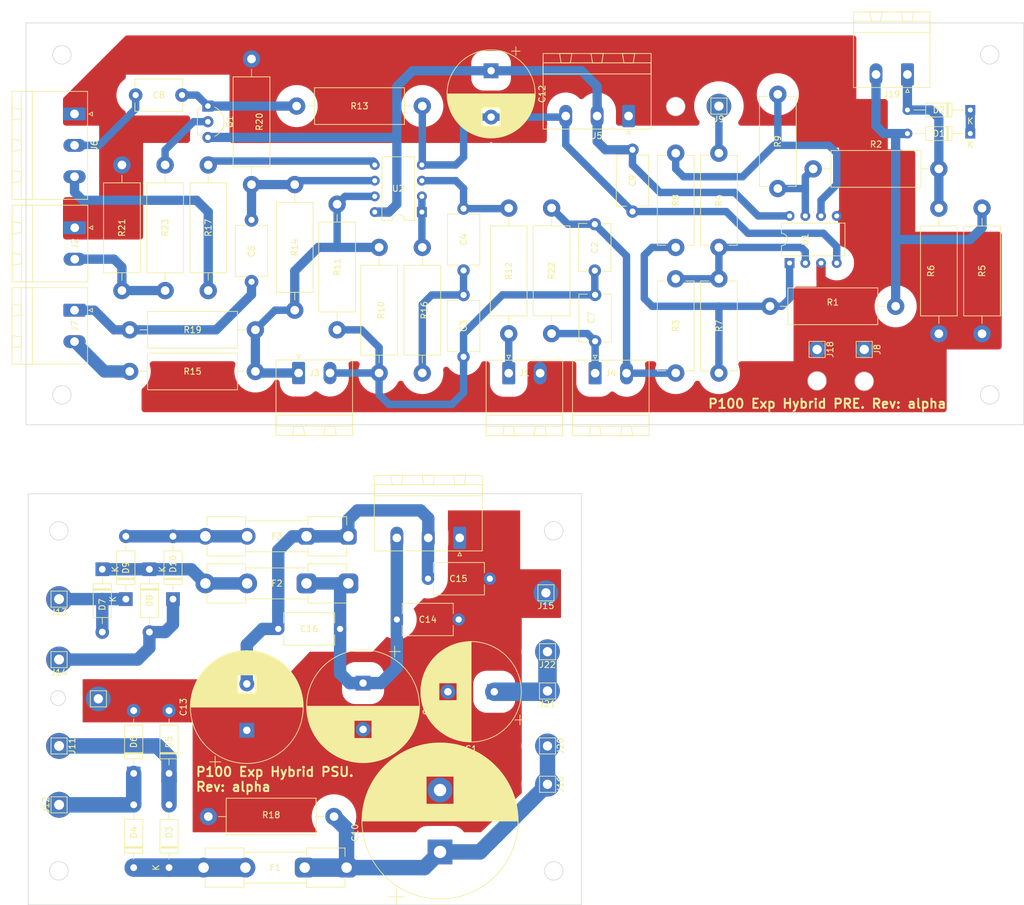
<source format=kicad_pcb>
(kicad_pcb (version 20221018) (generator pcbnew)
  (layers (0 "F.Cu" signal) (31 "B.Cu" signal) (34 "B.Paste" user) (35 "F.Paste" user) (36 "B.SilkS" user "B.Silkscreen") (37 "F.SilkS" user "F.Silkscreen") (38 "B.Mask" user) (39 "F.Mask" user) (44 "Edge.Cuts" user))
  (net 0 "")
  (net 1 "GND")
  (net 2 "Net-(U2A--)")
  (net 3 "Net-(U2A-+)")
  (net 4 "Net-(D1-K)")
  (net 5 "Net-(D1-A)")
  (net 6 "Net-(D2-A)")
  (net 7 "Net-(R1-Pad1)")
  (net 8 "Net-(R2-Pad1)")
  (net 9 "Net-(U1A--)")
  (net 10 "Net-(U1B--)")
  (net 11 "Net-(U2B--)")
  (net 12 "Net-(J1-Pin_1)")
  (net 13 "Net-(J3-Pin_1)")
  (net 14 "Net-(J4-Pin_1)")
  (net 15 "Net-(J4-Pin_2)")
  (net 16 "Net-(J3-Pin_2)")
  (net 17 "Net-(Q1-B)")
  (net 18 "Net-(Q1-E)")
  (net 19 "V--")
  (net 20 "V++")
  (net 21 "Net-(U2B-+)")
  (net 22 "Net-(J2-Pin_2)")
  (net 23 "Net-(J6-Pin_3)")
  (net 24 "Net-(J7-Pin_2)")
  (net 25 "Net-(J7-Pin_1)")
  (net 26 "Net-(J6-Pin_2)")
  (net 27 "Net-(J9-Pin_1)")
  (net 28 "Net-(C3-Pad1)")
  (net 29 "Net-(D3-K)")
  (net 30 "Net-(D7-K)")
  (net 31 "Net-(D10-A)")
  (net 32 "Net-(D3-A)")
  (net 33 "Net-(D4-A)")
  (net 34 "Net-(D7-A)")
  (net 35 "Net-(D10-K)")
  (net 36 "Net-(J16-Pin_1)")
  (net 37 "Net-(J10-Pin_3)")
  (net 38 "GND2")
  (net 39 "Net-(J21-Pin_1)")
  (net 40 "Net-(J10-Pin_2)")
  (footprint "Resistor_THT:R_Axial_DIN0614_L14.3mm_D5.7mm_P20.32mm_Horizontal" (layer "F.Cu") (at 36.195 43.815 -90)
    (fp_text reference "R21")
    (fp_text value "330k")
  )
  (footprint "Resistor_THT:R_Axial_DIN0614_L14.3mm_D5.7mm_P20.32mm_Horizontal" (layer "F.Cu") (at 147.955 44.45)
    (fp_text reference "R2")
    (fp_text value "330")
  )
  (footprint "Capacitor_THT:C_Disc_D7.5mm_W5.0mm_P7.50mm" (layer "F.Cu") (at 112.649 60.9 90)
    (fp_text reference "C2")
    (fp_text value "68n")
  )
  (footprint "Package_TO_SOT_THT:TO-92L_Inline_Wide" (layer "F.Cu") (at 50.096 34.28 -90)
    (fp_text reference "Q1")
    (fp_text value "BC107")
  )
  (footprint "Diode_THT:D_DO-41_SOD81_P10.16mm_Horizontal" (layer "F.Cu") (at 38.1 157.48 90)
    (fp_text reference "D4")
    (fp_text value "1N4001" hide)
  )
  (footprint "Package_DIP:DIP-8_W7.62mm" (layer "F.Cu") (at 144.145 59.68 90)
    (fp_text reference "U1")
    (fp_text value "LTC1151CN8")
  )
  (footprint "Connector_Pin:Pin_D1.1mm_L8.5mm_W2.5mm_FlatFork" (layer "F.Cu") (at 156.21 73.66 90)
    (fp_text reference "J8")
    (fp_text value "chassis")
  )
  (footprint "Fuse:Fuseholder_Clip-5x20mm_Keystone_3517_Inline_P23.11x6.76mm_D1.70mm_Horizontal" (layer "F.Cu") (at 72.8 111.506 180)
    (fp_text reference "F2")
    (fp_text value "Fuse")
  )
  (footprint "Connector_Pin:Pin_D1.1mm_L8.5mm_W2.5mm_FlatFork" (layer "F.Cu") (at 32.385 130.175)
    (fp_text reference "J17" hide)
    (fp_text value "center tap")
  )
  (footprint "Connector_Phoenix_MSTB:PhoenixContact_MSTBA_2,5_3-G-5,08_1x03_P5.08mm_Horizontal" (layer "F.Cu") (at 28.5325 35.56 -90)
    (fp_text reference "J6")
    (fp_text value "Volume")
  )
  (footprint "Connector_Pin:Pin_D1.1mm_L8.5mm_W2.5mm_FlatFork" (layer "F.Cu") (at 26.035 114.046)
    (fp_text reference "J13")
    (fp_text value "Screw_Terminal_01x01" hide)
  )
  (footprint "Connector_Pin:Pin_D1.1mm_L8.5mm_W2.5mm_FlatFork" (layer "F.Cu") (at 104.746 113.03)
    (fp_text reference "J15")
    (fp_text value "PSU ground")
  )
  (footprint "Diode_THT:D_DO-41_SOD81_P10.16mm_Horizontal" (layer "F.Cu") (at 38.1 142.24 90)
    (fp_text reference "D6")
    (fp_text value "1N4001" hide)
  )
  (footprint "Capacitor_THT:C_Disc_D7.5mm_W5.0mm_P7.50mm" (layer "F.Cu") (at 45.914 32.512 180)
    (fp_text reference "C8")
    (fp_text value "100n")
  )
  (footprint "Capacitor_THT:CP_Radial_D18.0mm_P7.50mm" (layer "F.Cu") (at 75.184 127.628 -90)
    (fp_text reference "C11")
    (fp_text value "4700uF/35V")
  )
  (footprint "Resistor_THT:R_Axial_DIN0614_L14.3mm_D5.7mm_P15.24mm_Horizontal" (layer "F.Cu") (at 125.73 62.23 -90)
    (fp_text reference "R3")
    (fp_text value "1k")
  )
  (footprint "Connector_Pin:Pin_D1.1mm_L8.5mm_W2.5mm_FlatFork" (layer "F.Cu") (at 105 122.555)
    (fp_text reference "J22")
    (fp_text value "Screw_Terminal_01x01")
  )
  (footprint "Diode_THT:D_DO-41_SOD81_P10.16mm_Horizontal" (layer "F.Cu") (at 36.83 114.046 90)
    (fp_text reference "D9")
    (fp_text value "1N4001" hide)
  )
  (footprint "Resistor_THT:R_Axial_DIN0614_L14.3mm_D5.7mm_P20.32mm_Horizontal" (layer "F.Cu") (at 37.455 70.485)
    (fp_text reference "R19")
    (fp_text value "1Meg")
  )
  (footprint "Capacitor_THT:C_Disc_D8.0mm_W5.0mm_P10.00mm" (layer "F.Cu") (at 118.745 51.355 90)
    (fp_text reference "C9")
    (fp_text value "10n")
  )
  (footprint "Resistor_THT:R_Axial_DIN0614_L14.3mm_D5.7mm_P20.32mm_Horizontal" (layer "F.Cu") (at 77.7775 57.15 -90)
    (fp_text reference "R10")
    (fp_text value "2k")
  )
  (footprint "Resistor_THT:R_Axial_DIN0614_L14.3mm_D5.7mm_P20.32mm_Horizontal" (layer "F.Cu") (at 57.15 46.99 90)
    (fp_text reference "R20")
    (fp_text value "12k")
  )
  (footprint "Diode_THT:D_DO-41_SOD81_P10.16mm_Horizontal" (layer "F.Cu") (at 33.02 109.22 -90)
    (fp_text reference "D7")
    (fp_text value "1N4001" hide)
  )
  (footprint "Connector_Pin:Pin_D1.1mm_L8.5mm_W2.5mm_FlatFork" (layer "F.Cu") (at 105 128.905)
    (fp_text reference "J21")
    (fp_text value "Screw_Terminal_01x01")
  )
  (footprint "Resistor_THT:R_Axial_DIN0614_L14.3mm_D5.7mm_P20.32mm_Horizontal" (layer "F.Cu") (at 175.26 50.8 -90)
    (fp_text reference "R5")
    (fp_text value "1Meg")
  )
  (footprint "Diode_THT:D_DO-41_SOD81_P10.16mm_Horizontal" (layer "F.Cu") (at 43.815 142.24 90)
    (fp_text reference "D5")
    (fp_text value "1N4001" hide)
  )
  (footprint "Connector_Pin:Pin_D1.1mm_L8.5mm_W2.5mm_FlatFork" (layer "F.Cu") (at 26.035 137.795 90)
    (fp_text reference "J11")
    (fp_text value "Screw_Terminal_01x01" hide)
  )
  (footprint "Resistor_THT:R_Axial_DIN0614_L14.3mm_D5.7mm_P15.24mm_Horizontal" (layer "F.Cu") (at 142.24 32.385 -90)
    (fp_text reference "R9")
    (fp_text value "10k")
  )
  (footprint "Connector_Pin:Pin_D1.1mm_L8.5mm_W2.5mm_FlatFork" (layer "F.Cu") (at 26.035 147.32 -90)
    (fp_text reference "J12")
    (fp_text value "Screw_Terminal_01x01" hide)
  )
  (footprint "Capacitor_THT:C_Disc_D8.0mm_W5.0mm_P10.00mm" (layer "F.Cu") (at 90.645 117.348 180)
    (fp_text reference "C14")
    (fp_text value "C")
  )
  (footprint "Diode_THT:D_DO-41_SOD81_P10.16mm_Horizontal" (layer "F.Cu") (at 40.64 109.22 -90)
    (fp_text reference "D8")
    (fp_text value "1N4001" hide)
  )
  (footprint "Resistor_THT:R_Axial_DIN0614_L14.3mm_D5.7mm_P20.32mm_Horizontal" (layer "F.Cu") (at 43.18 43.815 -90)
    (fp_text reference "R23")
    (fp_text value "10k")
  )
  (footprint "Capacitor_THT:CP_Radial_D16.0mm_P7.50mm" (layer "F.Cu") (at 96.4 129.032 180)
    (fp_text reference "C1")
    (fp_text value "68u/350V")
  )
  (footprint "Connector_Pin:Pin_D1.1mm_L8.5mm_W2.5mm_FlatFork" (layer "F.Cu") (at 26.035 123.825)
    (fp_text reference "J14")
    (fp_text value "Screw_Terminal_01x01" hide)
  )
  (footprint "Connector_Pin:Pin_D1.1mm_L8.5mm_W2.5mm_FlatFork" (layer "F.Cu") (at 132.715 34.29)
    (fp_text reference "J9")
    (fp_text value "OT feedback")
  )
  (footprint "Diode_THT:D_DO-41_SOD81_P10.16mm_Horizontal" (layer "F.Cu") (at 44.45 114.046 90)
    (fp_text reference "D10")
    (fp_text value "1N4001" hide)
  )
  (footprint "Resistor_THT:R_Axial_DIN0614_L14.3mm_D5.7mm_P20.32mm_Horizontal" (layer "F.Cu") (at 70.993 50.165 -90)
    (fp_text reference "R11")
    (fp_text value "1k")
  )
  (footprint "Connector_Phoenix_MSTB:PhoenixContact_MSTBA_2,5_3-G-5,08_1x03_P5.08mm_Horizontal" (layer "F.Cu") (at 90.805 104.14 180)
    (fp_text reference "J10" hide)
    (fp_text value "Screw_Terminal_01x03")
  )
  (footprint "Resistor_THT:R_Axial_DIN0614_L14.3mm_D5.7mm_P20.32mm_Horizontal" (layer "F.Cu") (at 84.7625 34.29 180)
    (fp_text reference "R13")
    (fp_text value "10k")
  )
  (footprint "Resistor_THT:R_Axial_DIN0614_L14.3mm_D5.7mm_P20.32mm_Horizontal" (layer "F.Cu") (at 140.97 66.675)
    (fp_text reference "R1")
    (fp_text value "330")
  )
  (footprint "Resistor_THT:R_Axial_DIN0614_L14.3mm_D5.7mm_P20.32mm_Horizontal" (layer "F.Cu") (at 168.275 71.12 90)
    (fp_text reference "R6")
    (fp_text value "1Meg")
  )
  (footprint "Capacitor_THT:C_Disc_D8.0mm_W5.0mm_P10.00mm" (layer "F.Cu") (at 85.678 110.744)
    (fp_text reference "C15")
    (fp_text value "C")
  )
  (footprint "Capacitor_THT:CP_Radial_D25.0mm_P10.00mm_SnapIn" (layer "F.Cu") (at 87.63 154.94 90)
    (fp_text reference "C10")
    (fp_text value "100uF/400V" hide)
  )
  (footprint "Connector_Phoenix_MSTB:PhoenixContact_MSTBA_2,5_2-G-5,08_1x02_P5.08mm_Horizontal" (layer "F.Cu") (at 64.76 77.47)
    (fp_text reference "J3")
    (fp_text value "MID Bypass")
  )
  (footprint "Capacitor_THT:C_Disc_D8.0mm_W5.0mm_P10.00mm" (layer "F.Cu") (at 91.43 64.85 -90)
    (fp_text reference "C3")
    (fp_text value "82n")
  )
  (footprint "Connector_Phoenix_MSTB:PhoenixContact_MSTBA_2,5_2-G-5,08_1x02_P5.08mm_Horizontal" (layer "F.Cu") (at 112.7025 77.5025)
    (fp_text reference "J4")
    (fp_text value "Low boost")
  )
  (footprint "Resistor_THT:R_Axial_DIN0614_L14.3mm_D5.7mm_P20.32mm_Horizontal" (layer "F.Cu") (at 50.165 149.225)
    (fp_text reference "R18")
    (fp_text value "R")
  )
  (footprint "Capacitor_THT:C_Disc_D7.5mm_W5.0mm_P7.50mm" (layer "F.Cu") (at 112.6998 64.83 -90)
    (fp_text reference "C7")
    (fp_text value "22n")
  )
  (footprint "Connector_Pin:Pin_D1.1mm_L8.5mm_W2.5mm_FlatFork" (layer "F.Cu") (at 148.59 73.66 90)
    (fp_text reference "J18")
    (fp_text value "chassis")
  )
  (footprint "Resistor_THT:R_Axial_DIN0614_L14.3mm_D5.7mm_P15.24mm_Horizontal" (layer "F.Cu") (at 132.715 62.23 -90)
    (fp_text reference "R7")
    (fp_text value "18k")
  )
  (footprint "Connector_Phoenix_MSTB:PhoenixContact_MSTBA_2,5_2-G-5,08_1x02_P5.08mm_Horizontal" (layer "F.Cu") (at 163.195 29.1775 180)
    (fp_text reference "J19")
    (fp_text value "TUBE")
  )
  (footprint "Capacitor_THT:CP_Radial_D18.0mm_P7.50mm" (layer "F.Cu") (at 56.388 135.262 90)
    (fp_text reference "C13")
    (fp_text value "4700uF/35V")
  )
  (footprint "Capacitor_THT:C_Disc_D8.0mm_W5.0mm_P10.00mm" (layer "F.Cu") (at 61.468 118.872)
    (fp_text reference "C16")
    (fp_text value "C")
  )
  (footprint "Connector_Pin:Pin_D1.1mm_L8.5mm_W2.5mm_FlatFork" (layer "F.Cu") (at 105 137.795 90)
    (fp_text reference "J20")
    (fp_text value "Screw_Terminal_01x01")
  )
  (footprint "Package_DIP:DIP-8_W7.62mm" (layer "F.Cu") (at 84.6925 51.435 180)
    (fp_text reference "U2")
    (fp_text value "LTC1151CN8")
  )
  (footprint "Resistor_THT:R_Axial_DIN0614_L14.3mm_D5.7mm_P20.32mm_Horizontal" (layer "F.Cu") (at 64.135 46.99 -90)
    (fp_text reference "R14")
    (fp_text value "100k")
  )
  (footprint "Connector_Phoenix_MSTB:PhoenixContact_MSTBA_2,5_3-G-5,08_1x03_P5.08mm_Horizontal" (layer "F.Cu") (at 118.11 35.900228 180)
    (fp_text reference "J5")
    (fp_text value "PrePower")
  )
  (footprint "Resistor_THT:R_Axial_DIN0614_L14.3mm_D5.7mm_P20.32mm_Horizontal" (layer "F.Cu") (at 37.455 77.216)
    (fp_text reference "R15")
    (fp_text value "15k")
  )
  (footprint "Capacitor_THT:CP_Radial_D14.0mm_P7.50mm" (layer "F.Cu") (at 95.885 28.575 -90)
    (fp_text reference "C12")
    (fp_text value "10u")
  )
  (footprint "Resistor_THT:R_Axial_DIN0614_L14.3mm_D5.7mm_P20.32mm_Horizontal" (layer "F.Cu") (at 105.664 71.0946 90)
    (fp_text reference "R22")
    (fp_text value "1Meg")
  )
  (footprint "Resistor_THT:R_Axial_DIN0614_L14.3mm_D5.7mm_P15.24mm_Horizontal" (layer "F.Cu") (at 132.715 57.15 90)
    (fp_text reference "R4")
    (fp_text value "68k")
  )
  (footprint "Resistor_THT:R_Axial_DIN0614_L14.3mm_D5.7mm_P15.24mm_Horizontal" (layer "F.Cu") (at 125.73 41.91 -90)
    (fp_text reference "R8")
    (fp_text value "10k")
  )
  (footprint "Connector_Phoenix_MSTB:PhoenixContact_MSTBA_2,5_2-G-5,08_1x02_P5.08mm_Horizontal" (layer "F.Cu") (at 98.7325 77.5025)
    (fp_text reference "J1")
    (fp_text value "MID Select")
  )
  (footprint "Fuse:Fuseholder_Clip-5x20mm_Keystone_3517_Inline_P23.11x6.76mm_D1.70mm_Horizontal" (layer "F.Cu") (at 72.515 157.48 180)
    (fp_text reference "F1")
    (fp_text value "Fuse")
  )
  (footprint "Diode_THT:D_DO-35_SOD27_P10.16mm_Horizontal" (layer "F.Cu") (at 173.355 34.925 180)
    (fp_text reference "D2")
    (fp_text value "ZPDxx")
  )
  (footprint "Diode_THT:D_DO-41_SOD81_P10.16mm_Horizontal" (layer "F.Cu") (at 43.815 157.48 90)
    (fp_text reference "D3")
    (fp_text value "1N4001" hide)
  )
  (footprint "Resistor_THT:R_Axial_DIN0614_L14.3mm_D5.7mm_P20.32mm_Horizontal" (layer "F.Cu") (at 84.7625 57.15 -90)
    (fp_text reference "R16")
    (fp_text value "220")
  )
  (footprint "Resistor_THT:R_Axial_DIN0614_L14.3mm_D5.7mm_P20.32mm_Horizontal" (layer "F.Cu") (at 50.155 64.135 90)
    (fp_text reference "R17")
    (fp_text value "1k")
  )
  (footprint "Capacitor_THT:C_Disc_D8.0mm_W5.0mm_P10.00mm" (layer "F.Cu") (at 57.15 52.705 -90)
    (fp_text reference "C5")
    (fp_text value "220p")
  )
  (footprint "Connector_Phoenix_MSTB:PhoenixContact_MSTBA_2,5_2-G-5,08_1x02_P5.08mm_Horizontal" (layer "F.Cu") (at 28.5325 67.31 -90)
    (fp_text reference "J7")
    (fp_text value "Hi Cut")
  )
  (footprint "Capacitor_THT:C_Disc_D8.0mm_W5.0mm_P10.00mm" (layer "F.Cu") (at 91.43 50.88 -90)
    (fp_text reference "C4")
    (fp_text value "82n")
  )
  (footprint "Diode_THT:D_DO-35_SOD27_P10.16mm_Horizontal" (layer "F.Cu") (at 173.355 38.735 180)
    (fp_text reference "D1")
    (fp_text value "ZPDxx")
  )
  (footprint "Connector_Pin:Pin_D1.1mm_L8.5mm_W2.5mm_FlatFork" (layer "F.Cu") (at 105 144 90)
    (fp_text reference "J16")
    (fp_text value "Screw_Terminal_01x01")
  )
  (footprint "Fuse:Fuseholder_Clip-5x20mm_Keystone_3517_Inline_P23.11x6.76mm_D1.70mm_Horizontal" (layer "F.Cu") (at 72.8 103.886 180)
    (fp_text reference "F3")
    (fp_text value "Fuse")
  )
  (footprint "Connector_Phoenix_MSTB:PhoenixContact_MSTBA_2,5_2-G-5,08_1x02_P5.08mm_Horizontal" (layer "F.Cu") (at 28.565 53.975 -90)
    (fp_text reference "J2")
    (fp_text value "Input")
  )
  (footprint "Resistor_THT:R_Axial_DIN0614_L14.3mm_D5.7mm_P20.32mm_Horizontal" (layer "F.Cu") (at 98.7325 50.8 -90)
    (fp_text reference "R12")
    (fp_text value "27k")
  )
  (gr_circle (center 26 103) (end 27.5 103) (stroke (width 0.1)) (fill none) (layer "Edge.Cuts"))
  (gr_circle (center 26.5 26) (end 28 26) (stroke (width 0.1)) (fill none) (layer "Edge.Cuts"))
  (gr_circle (center 148.59 78.74) (end 150.09 78.74) (stroke (width 0.1)) (fill none) (layer "Edge.Cuts"))
  (gr_circle (center 106 103) (end 107.5 103) (stroke (width 0.1)) (fill none) (layer "Edge.Cuts"))
  (gr_circle (center 176.5 81) (end 178 81) (stroke (width 0.1)) (fill none) (layer "Edge.Cuts"))
  (gr_circle (center 176.5 26) (end 178 26) (stroke (width 0.1)) (fill none) (layer "Edge.Cuts"))
  (gr_circle (center 106 158) (end 107.5 158) (stroke (width 0.1)) (fill none) (layer "Edge.Cuts"))
  (gr_rect (start 20.7 20.84) (end 182 85.84) (stroke (width 0.1)) (fill none) (layer "Edge.Cuts"))
  (gr_circle (center 25.87 130.06) (end 27.07 130.06) (stroke (width 0.1)) (fill none) (layer "Edge.Cuts"))
  (gr_circle (center 26.5 81) (end 28 81) (stroke (width 0.1)) (fill none) (layer "Edge.Cuts"))
  (gr_rect (start 21.045 97) (end 110.49 163.508) (stroke (width 0.1)) (fill none) (layer "Edge.Cuts"))
  (gr_circle (center 26 158) (end 27.5 158) (stroke (width 0.1)) (fill none) (layer "Edge.Cuts"))
  (gr_circle (center 156.21 78.81) (end 157.71 78.81) (stroke (width 0.1)) (fill none) (layer "Edge.Cuts"))
  (gr_circle (center 125.73 34.36) (end 127.23 34.36) (stroke (width 0.1)) (fill none) (layer "Edge.Cuts"))
  (gr_text "P100 Exp Hybrid PRE. Rev: alpha" (at 130.81 83.312) (layer "F.SilkS") (effects (font (size 1.5 1.5) (thickness 0.3) bold) (justify left bottom)))
  (gr_text "P100 Exp Hybrid PSU.\nRev: alpha" (at 48.006 145.288) (layer "F.SilkS") (effects (font (size 1.5 1.5) (thickness 0.3) bold) (justify left bottom)))
  (segment (start 151.765 52.06) (end 153.025 52.06) (width 1.5) (layer "F.Cu") (net 1))
  (segment (start 153.035 52.07) (end 153.025 52.06) (width 1.5) (layer "F.Cu") (net 1))
  (segment (start 149.225 59.68) (end 149.225 62.23) (width 1.5) (layer "F.Cu") (net 1))
  (segment (start 84.6925 51.435) (end 84.6925 57.08) (width 1.2) (layer "B.Cu") (net 2))
  (segment (start 84.6925 57.08) (end 84.7625 57.15) (width 1.2) (layer "B.Cu") (net 2))
  (segment (start 84.6925 48.895) (end 84.6925 51.435) (width 1.2) (layer "B.Cu") (net 2))
  (segment (start 91.43 50.88) (end 98.6525 50.88) (width 1.2) (layer "B.Cu") (net 3))
  (segment (start 91.44 47.625) (end 91.43 47.635) (width 1.2) (layer "B.Cu") (net 3))
  (segment (start 90.17 46.355) (end 91.44 47.625) (width 1.2) (layer "B.Cu") (net 3))
  (segment (start 91.43 47.635) (end 91.43 50.88) (width 1.2) (layer "B.Cu") (net 3))
  (segment (start 98.6525 50.88) (end 98.7325 50.8) (width 1.2) (layer "B.Cu") (net 3))
  (segment (start 84.6925 46.355) (end 90.17 46.355) (width 1.2) (layer "B.Cu") (net 3))
  (segment (start 173.355 34.925) (end 173.355 38.735) (width 1.5) (layer "B.Cu") (net 4))
  (segment (start 175.26 53.975) (end 173.355 55.88) (width 1.5) (layer "B.Cu") (net 5))
  (segment (start 161.29 55.88) (end 161.29 66.675) (width 1.5) (layer "B.Cu") (net 5))
  (segment (start 173.355 55.88) (end 161.29 55.88) (width 1.5) (layer "B.Cu") (net 5))
  (segment (start 175.26 50.8) (end 175.26 53.975) (width 1.5) (layer "B.Cu") (net 5))
  (segment (start 158.115 37.465) (end 159.385 38.735) (width 1.5) (layer "B.Cu") (net 5))
  (segment (start 163.195 38.735) (end 161.29 38.735) (width 1.5) (layer "B.Cu") (net 5))
  (segment (start 159.385 38.735) (end 161.29 38.735) (width 1.5) (layer "B.Cu") (net 5))
  (segment (start 158.115 29.1775) (end 158.115 37.465) (width 1.5) (layer "B.Cu") (net 5))
  (segment (start 161.29 38.735) (end 161.29 55.88) (width 1.5) (layer "B.Cu") (net 5))
  (segment (start 167.005 34.925) (end 168.275 36.195) (width 1.5) (layer "B.Cu") (net 6))
  (segment (start 163.195 29.1775) (end 163.195 34.925) (width 1.5) (layer "B.Cu") (net 6))
  (segment (start 168.275 50.8) (end 168.275 44.45) (width 1.5) (layer "B.Cu") (net 6))
  (segment (start 168.275 36.195) (end 168.275 44.45) (width 1.5) (layer "B.Cu") (net 6))
  (segment (start 163.195 34.925) (end 167.005 34.925) (width 1.5) (layer "B.Cu") (net 6))
  (segment (start 132.715 77.47) (end 132.715 66.675) (width 1.2) (layer "B.Cu") (net 7))
  (segment (start 120.65 65.405) (end 120.65 58.42) (width 1.2) (layer "B.Cu") (net 7))
  (segment (start 121.92 66.675) (end 120.65 65.405) (width 1.2) (layer "B.Cu") (net 7))
  (segment (start 121.92 57.15) (end 120.65 58.42) (width 1.2) (layer "B.Cu") (net 7))
  (segment (start 142.24 66.675) (end 142.875 66.675) (width 1.2) (layer "B.Cu") (net 7))
  (segment (start 132.715 66.675) (end 121.92 66.675) (width 1.2) (layer "B.Cu") (net 7))
  (segment (start 142.875 66.675) (end 144.145 65.405) (width 1.2) (layer "B.Cu") (net 7))
  (segment (start 125.73 57.15) (end 121.92 57.15) (width 1.2) (layer "B.Cu") (net 7))
  (segment (start 142.24 66.675) (end 132.715 66.675) (width 1.2) (layer "B.Cu") (net 7))
  (segment (start 144.145 59.68) (end 144.145 65.405) (width 1.2) (layer "B.Cu") (net 7))
  (segment (start 142.24 47.625) (end 146.685 47.625) (width 1.2) (layer "B.Cu") (net 8))
  (segment (start 146.685 52.06) (end 146.685 47.625) (width 1.2) (layer "B.Cu") (net 8))
  (segment (start 146.685 45.72) (end 146.685 47.625) (width 1.2) (layer "B.Cu") (net 8))
  (segment (start 147.955 44.45) (end 146.685 45.72) (width 1.2) (layer "B.Cu") (net 8))
  (segment (start 146.05 57.15) (end 146.685 57.785) (width 1.2) (layer "B.Cu") (net 9))
  (segment (start 125.73 62.23) (end 132.715 62.23) (width 1.2) (layer "B.Cu") (net 9))
  (segment (start 132.715 62.23) (end 132.715 57.15) (width 1.2) (layer "B.Cu") (net 9))
  (segment (start 146.685 57.785) (end 146.685 59.68) (width 1.2) (layer "B.Cu") (net 9))
  (segment (start 132.715 57.15) (end 146.05 57.15) (width 1.2) (layer "B.Cu") (net 9))
  (segment (start 127 45.72) (end 136.525 45.72) (width 1.2) (layer "B.Cu") (net 10))
  (segment (start 125.73 41.91) (end 125.73 44.45) (width 1.2) (layer "B.Cu") (net 10))
  (segment (start 151.765 46.99) (end 149.225 49.53) (width 1.2) (layer "B.Cu") (net 10))
  (segment (start 142.24 32.385) (end 142.24 40.64) (width 1.2) (layer "B.Cu") (net 10))
  (segment (start 142.24 40.64) (end 141.605 40.64) (width 1.2) (layer "B.Cu") (net 10))
  (segment (start 150.495 40.64) (end 151.765 41.91) (width 1.2) (layer "B.Cu") (net 10))
  (segment (start 151.765 41.91) (end 151.765 46.99) (width 1.2) (layer "B.Cu") (net 10))
  (segment (start 142.24 40.64) (end 150.495 40.64) (width 1.2) (layer "B.Cu") (net 10))
  (segment (start 136.525 45.72) (end 141.605 40.64) (width 1.2) (layer "B.Cu") (net 10))
  (segment (start 149.225 49.53) (end 149.225 52.06) (width 1.2) (layer "B.Cu") (net 10))
  (segment (start 125.73 44.45) (end 127 45.72) (width 1.2) (layer "B.Cu") (net 10))
  (segment (start 64.77 46.355) (end 64.135 46.99) (width 1.2) (layer "B.Cu") (net 11))
  (segment (start 77.0725 46.355) (end 64.77 46.355) (width 1.2) (layer "B.Cu") (net 11))
  (segment (start 64.135 46.99) (end 57.15 46.99) (width 1.5) (layer "B.Cu") (net 11))
  (segment (start 57.15 46.99) (end 57.15 52.705) (width 1.5) (layer "B.Cu") (net 11))
  (segment (start 98.7325 77.5025) (end 98.7325 71.12) (width 1.2) (layer "B.Cu") (net 12))
  (segment (start 64.76 77.47) (end 58.029 77.47) (width 1.5) (layer "B.Cu") (net 13))
  (segment (start 60.95 67.31) (end 64.135 67.31) (width 1.2) (layer "B.Cu") (net 13))
  (segment (start 77.7775 57.15) (end 71.12 57.15) (width 1.5) (layer "B.Cu") (net 13))
  (segment (start 77.0725 48.895) (end 72.263 48.895) (width 1.2) (layer "B.Cu") (net 13))
  (segment (start 71.12 57.15) (end 67.945 57.15) (width 1.5) (layer "B.Cu") (net 13))
  (segment (start 67.945 57.15) (end 64.135 60.96) (width 1.5) (layer "B.Cu") (net 13))
  (segment (start 64.135 60.96) (end 64.135 67.31) (width 1.5) (layer "B.Cu") (net 13))
  (segment (start 70.993 57.023) (end 71.12 57.15) (width 1.2) (layer "B.Cu") (net 13))
  (segment (start 70.993 50.165) (end 70.993 57.023) (width 1.2) (layer "B.Cu") (net 13))
  (segment (start 57.775 70.485) (end 57.775 77.216) (width 1.5) (layer "B.Cu") (net 13))
  (segment (start 72.263 48.895) (end 70.993 50.165) (width 1.2) (layer "B.Cu") (net 13))
  (segment (start 58.029 77.47) (end 57.775 77.216) (width 1.5) (layer "B.Cu") (net 13))
  (segment (start 57.775 70.485) (end 60.95 67.31) (width 1.2) (layer "B.Cu") (net 13))
  (segment (start 112.7025 77.5025) (end 112.7025 72.3327) (width 1.2) (layer "B.Cu") (net 14))
  (segment (start 105.664 71.0946) (end 111.4644 71.0946) (width 1.2) (layer "B.Cu") (net 14))
  (segment (start 112.7025 72.3327) (end 112.6998 72.33) (width 1.2) (layer "B.Cu") (net 14))
  (segment (start 111.4644 71.0946) (end 112.6998 72.33) (width 1.2) (layer "B.Cu") (net 14))
  (segment (start 117.7825 58.5335) (end 112.649 53.4) (width 1.2) (layer "B.Cu") (net 15))
  (segment (start 117.7825 77.5025) (end 125.6975 77.5025) (width 1.2) (layer "B.Cu") (net 15))
  (segment (start 108.2894 53.4) (end 105.664 50.7746) (width 1.2) (layer "B.Cu") (net 15))
  (segment (start 125.6975 77.5025) (end 125.73 77.47) (width 1.2) (layer "B.Cu") (net 15))
  (segment (start 126.3325 77.5025) (end 126.365 77.47) (width 1.2) (layer "B.Cu") (net 15))
  (segment (start 112.649 53.4) (end 108.2894 53.4) (width 1.2) (layer "B.Cu") (net 15))
  (segment (start 117.7825 77.5025) (end 117.7825 58.5335) (width 1.2) (layer "B.Cu") (net 15))
  (segment (start 89.535 82.55) (end 91.44 80.645) (width 1.2) (layer "B.Cu") (net 16))
  (segment (start 97.72 64.83) (end 91.43 71.12) (width 1.2) (layer "B.Cu") (net 16))
  (segment (start 112.649 64.7792) (end 112.6998 64.83) (width 1.2) (layer "B.Cu") (net 16))
  (segment (start 79.375 82.55) (end 89.535 82.55) (width 1.2) (layer "B.Cu") (net 16))
  (segment (start 70.993 70.485) (end 74.93 70.485) (width 1.2) (layer "B.Cu") (net 16))
  (segment (start 77.7775 80.9525) (end 79.375 82.55) (width 1.2) (layer "B.Cu") (net 16))
  (segment (start 77.7775 73.3325) (end 77.7775 77.47) (width 1.2) (layer "B.Cu") (net 16))
  (segment (start 91.43 71.12) (end 91.43 74.85) (width 1.2) (layer "B.Cu") (net 16))
  (segment (start 91.44 80.645) (end 91.43 80.635) (width 1.2) (layer "B.Cu") (net 16))
  (segment (start 69.84 77.47) (end 77.7775 77.47) (width 1.2) (layer "B.Cu") (net 16))
  (segment (start 74.93 70.485) (end 77.7775 73.3325) (width 1.2) (layer "B.Cu") (net 16))
  (segment (start 112.649 60.9) (end 112.649 64.7792) (width 1.2) (layer "B.Cu") (net 16))
  (segment (start 77.7775 77.47) (end 77.7775 80.9525) (width 1.2) (layer "B.Cu") (net 16))
  (segment (start 91.43 80.635) (end 91.43 74.85) (width 1.2) (layer "B.Cu") (net 16))
  (segment (start 97.72 64.83) (end 112.6998 64.83) (width 1.2) (layer "B.Cu") (net 16))
  (segment (start 50.096 36.82) (end 47.762 36.82) (width 1.2) (layer "B.Cu") (net 17))
  (segment (start 47.762 36.82) (end 43.18 41.402) (width 1.2) (layer "B.Cu") (net 17))
  (segment (start 43.18 41.402) (end 43.18 43.815) (width 1.2) (layer "B.Cu") (net 17))
  (segment (start 45.914 32.512) (end 48.328 32.512) (width 1.2) (layer "B.Cu") (net 18))
  (segment (start 64.4425 34.29) (end 50.106 34.29) (width 1.5) (layer "B.Cu") (net 18))
  (segment (start 50.106 34.29) (end 50.096 34.28) (width 1.5) (layer "B.Cu") (net 18))
  (segment (start 48.328 32.512) (end 50.096 34.28) (width 1.2) (layer "B.Cu") (net 18))
  (segment (start 84.7625 43.745) (end 84.6925 43.815) (width 1.2) (layer "B.Cu") (net 19))
  (segment (start 151.765 57.023) (end 151.765 59.68) (width 1.2) (layer "B.Cu") (net 19))
  (segment (start 149.606 54.864) (end 151.765 57.023) (width 1.2) (layer "B.Cu") (net 19))
  (segment (start 84.6925 34.995) (end 84.7625 34.925) (width 1.2) (layer "B.Cu") (net 19))
  (segment (start 133.905 51.355) (end 137.414 54.864) (width 1.2) (layer "B.Cu") (net 19))
  (segment (start 90.17 43.815) (end 84.6925 43.815) (width 1.2) (layer "B.Cu") (net 19))
  (segment (start 107.775228 36.075) (end 107.95 35.900228) (width 1.2) (layer "B.Cu") (net 19))
  (segment (start 91.44 37.465) (end 91.44 42.545) (width 1.2) (layer "B.Cu") (net 19))
  (segment (start 137.414 54.864) (end 149.606 54.864) (width 1.2) (layer "B.Cu") (net 19))
  (segment (start 95.885 36.075) (end 92.83 36.075) (width 1.2) (layer "B.Cu") (net 19))
  (segment (start 91.44 42.545) (end 90.17 43.815) (width 1.2) (layer "B.Cu") (net 19))
  (segment (start 107.95 35.900228) (end 107.95 40.56) (width 1.2) (layer "B.Cu") (net 19))
  (segment (start 84.7625 35.56) (end 84.7625 43.745) (width 1.2) (layer "B.Cu") (net 19))
  (segment (start 92.83 36.075) (end 91.44 37.465) (width 1.2) (layer "B.Cu") (net 19))
  (segment (start 107.95 40.56) (end 118.745 51.355) (width 1.2) (layer "B.Cu") (net 19))
  (segment (start 118.745 51.355) (end 133.905 51.355) (width 1.2) (layer "B.Cu") (net 19))
  (segment (start 95.885 36.075) (end 107.775228 36.075) (width 1.2) (layer "B.Cu") (net 19))
  (segment (start 113.03 40.005) (end 113.03 38.1) (width 1.5) (layer "B.Cu") (net 20))
  (segment (start 144.145 52.06) (end 139.055 52.06) (width 1.2) (layer "B.Cu") (net 20))
  (segment (start 114.38 41.355) (end 113.03 40.005) (width 1.5) (layer "B.Cu") (net 20))
  (segment (start 80.645 39.37) (end 80.645 31.115) (width 1.5) (layer "B.Cu") (net 20))
  (segment (start 135.255 48.26) (end 123.19 48.26) (width 1.2) (layer "B.Cu") (net 20))
  (segment (start 95.885 28.575) (end 110.49 28.575) (width 1.5) (layer "B.Cu") (net 20))
  (segment (start 80.645 39.37) (end 80.645 50.165) (width 1.5) (layer "B.Cu") (net 20))
  (segment (start 113.03 31.115) (end 113.03 38.1) (width 1.5) (layer "B.Cu") (net 20))
  (segment (start 110.49 28.575) (end 113.03 31.115) (width 1.5) (layer "B.Cu") (net 20))
  (segment (start 50.096 39.36) (end 80.635 39.36) (width 1.5) (layer "B.Cu") (net 20))
  (segment (start 80.645 31.115) (end 83.185 28.575) (width 1.5) (layer "B.Cu") (net 20))
  (segment (start 80.645 50.165) (end 79.375 51.435) (width 1.5) (layer "B.Cu") (net 20))
  (segment (start 118.745 41.355) (end 114.38 41.355) (width 1.5) (layer "B.Cu") (net 20))
  (segment (start 123.19 48.26) (end 118.745 43.815) (width 1.2) (layer "B.Cu") (net 20))
  (segment (start 95.885 28.575) (end 83.185 28.575) (width 1.5) (layer "B.Cu") (net 20))
  (segment (start 118.745 43.815) (end 118.745 41.355) (width 1.2) (layer "B.Cu") (net 20))
  (segment (start 113.03 38.1) (end 113.03 35.900228) (width 1.5) (layer "B.Cu") (net 20))
  (segment (start 139.055 52.06) (end 135.255 48.26) (width 1.2) (layer "B.Cu") (net 20))
  (segment (start 80.635 39.36) (end 80.645 39.37) (width 1.5) (layer "B.Cu") (net 20))
  (segment (start 79.375 51.435) (end 77.0725 51.435) (width 1.5) (layer "B.Cu") (net 20))
  (segment (start 76.835 43.18) (end 50.79 43.18) (width 1.2) (layer "B.Cu") (net 21))
  (segment (start 50.155 43.815) (end 50.165 43.815) (width 1.2) (layer "B.Cu") (net 21))
  (segment (start 77.0725 43.815) (end 77.0725 43.4175) (width 1.2) (layer "B.Cu") (net 21))
  (segment (start 50.79 43.18) (end 50.155 43.815) (width 1.2) (layer "B.Cu") (net 21))
  (segment (start 77.0725 43.4175) (end 76.835 43.18) (width 1.2) (layer "B.Cu") (net 21))
  (segment (start 50.165 43.815) (end 50.8 43.18) (width 1.2) (layer "B.Cu") (net 21))
  (segment (start 43.18 64.135) (end 36.195 64.135) (width 1.5) (layer "B.Cu") (net 22))
  (segment (start 34.925 59.055) (end 36.195 60.325) (width 1.5) (layer "B.Cu") (net 22))
  (segment (start 28.565 59.055) (end 34.925 59.055) (width 1.5) (layer "B.Cu") (net 22))
  (segment (start 36.195 60.325) (end 36.195 64.135) (width 1.5) (layer "B.Cu") (net 22))
  (segment (start 28.5325 48.2175) (end 29.845 49.53) (width 1.5) (layer "B.Cu") (net 23))
  (segment (start 50.155 51.445) (end 50.155 64.135) (width 1.5) (layer "B.Cu") (net 23))
  (segment (start 29.845 49.53) (end 48.26 49.53) (width 1.5) (layer "B.Cu") (net 23))
  (segment (start 28.5325 45.72) (end 28.5325 48.2175) (width 1.5) (layer "B.Cu") (net 23))
  (segment (start 48.26 49.53) (end 50.165 51.435) (width 1.5) (layer "B.Cu") (net 23))
  (segment (start 50.165 51.435) (end 50.155 51.445) (width 1.5) (layer "B.Cu") (net 23))
  (segment (start 33.3585 77.216) (end 28.5325 72.39) (width 2) (layer "B.Cu") (net 24))
  (segment (start 37.455 77.216) (end 33.3585 77.216) (width 2) (layer "B.Cu") (net 24))
  (segment (start 34.925 70.485) (end 31.75 67.31) (width 1.5) (layer "B.Cu") (net 25))
  (segment (start 57.15 64.77) (end 51.435 70.485) (width 1.5) (layer "B.Cu") (net 25))
  (segment (start 57.15 62.785) (end 57.15 64.77) (width 1.5) (layer "B.Cu") (net 25))
  (segment (start 37.455 70.485) (end 34.925 70.485) (width 1.5) (layer "B.Cu") (net 25))
  (segment (start 31.75 67.31) (end 28.5325 67.31) (width 1.5) (layer "B.Cu") (net 25))
  (segment (start 51.435 70.485) (end 37.455 70.485) (width 1.5) (layer "B.Cu") (net 25))
  (segment (start 32.512 40.64) (end 28.5325 40.64) (width 1.2) (layer "B.Cu") (net 26))
  (segment (start 38.414 32.512) (end 38.414 34.738) (width 1.2) (layer "B.Cu") (net 26))
  (segment (start 38.414 34.738) (end 32.512 40.64) (width 1.2) (layer "B.Cu") (net 26))
  (segment (start 132.715 34.29) (end 132.715 41.91) (width 1.2) (layer "B.Cu") (net 27))
  (segment (start 91.43 64.85) (end 91.43 60.88) (width 1.2) (layer "B.Cu") (net 28))
  (segment (start 86.28 64.85) (end 84.7625 66.3675) (width 1.2) (layer "B.Cu") (net 28))
  (segment (start 84.7625 77.47) (end 84.7625 66.3675) (width 1.2) (layer "B.Cu") (net 28))
  (segment (start 91.43 64.85) (end 86.28 64.85) (width 1.2) (layer "B.Cu") (net 28))
  (segment (start 43.815 157.48) (end 49.405 157.48) (width 3) (layer "B.Cu") (net 29))
  (segment (start 49.405 157.48) (end 56.165 157.48) (width 3) (layer "B.Cu") (net 29))
  (segment (start 38.1 157.48) (end 43.815 157.48) (width 3) (layer "B.Cu") (net 29))
  (segment (start 33.02 109.22) (end 40.64 109.22) (width 2) (layer "B.Cu") (net 30))
  (segment (start 49.69 111.506) (end 56.45 111.506) (width 2) (layer "B.Cu") (net 30))
  (segment (start 47.404 109.22) (end 49.69 111.506) (width 2) (layer "B.Cu") (net 30))
  (segment (start 40.64 109.22) (end 47.404 109.22) (width 2) (layer "B.Cu") (net 30))
  (segment (start 36.83 103.886) (end 44.45 103.886) (width 2) (layer "B.Cu") (net 31))
  (segment (start 44.45 103.886) (end 49.69 103.886) (width 2) (layer "B.Cu") (net 31))
  (segment (start 49.69 103.886) (end 56.45 103.886) (width 2) (layer "B.Cu") (net 31))
  (segment (start 43.815 139.7) (end 43.815 143.51) (width 2.5) (layer "B.Cu") (net 32))
  (segment (start 26.035 137.795) (end 41.91 137.795) (width 2.5) (layer "B.Cu") (net 32))
  (segment (start 41.91 137.795) (end 43.815 139.7) (width 2.5) (layer "B.Cu") (net 32))
  (segment (start 43.815 143.51) (end 43.815 147.32) (width 2.5) (layer "B.Cu") (net 32))
  (segment (start 43.815 142.24) (end 43.815 143.51) (width 2.5) (layer "B.Cu") (net 32))
  (segment (start 38.1 147.32) (end 38.1 142.24) (width 2.5) (layer "B.Cu") (net 33))
  (segment (start 26.035 147.32) (end 38.1 147.32) (width 2.5) (layer "B.Cu") (net 33))
  (segment (start 33.02 114.046) (end 36.83 114.046) (width 2) (layer "B.Cu") (net 34))
  (segment (start 33.02 119.38) (end 33.02 114.046) (width 2) (layer "B.Cu") (net 34))
  (segment (start 26.035 114.046) (end 33.02 114.046) (width 2) (layer "B.Cu") (net 34))
  (segment (start 26.035 123.825) (end 38.735 123.825) (width 2) (layer "B.Cu") (net 35))
  (segment (start 43.18 119.38) (end 44.45 118.11) (width 2) (layer "B.Cu") (net 35))
  (segment (start 40.64 119.38) (end 43.18 119.38) (width 2) (layer "B.Cu") (net 35))
  (segment (start 38.735 123.825) (end 40.64 121.92) (width 2) (layer "B.Cu") (net 35))
  (segment (start 44.45 118.11) (end 44.45 114.046) (width 2) (layer "B.Cu") (net 35))
  (segment (start 40.64 121.92) (end 40.64 119.38) (width 2) (layer "B.Cu") (net 35))
  (segment (start 65.755 157.48) (end 72.515 157.48) (width 3) (layer "B.Cu") (net 36))
  (segment (start 72.39 157.355) (end 72.515 157.48) (width 2.5) (layer "B.Cu") (net 36))
  (segment (start 87.63 154.94) (end 94.06 154.94) (width 2.5) (layer "B.Cu") (net 36))
  (segment (start 72.515 157.48) (end 85.09 157.48) (width 2.5) (layer "B.Cu") (net 36))
  (segment (start 72.515 157.48) (end 72.515 151.255) (width 2.5) (layer "B.Cu") (net 36))
  (segment (start 94.06 154.94) (end 105 144) (width 2.5) (layer "B.Cu") (net 36))
  (segment (start 72.515 151.255) (end 70.485 149.225) (width 2.5) (layer "B.Cu") (net 36))
  (segment (start 85.09 157.48) (end 87.63 154.94) (width 2.5) (layer "B.Cu") (net 36))
  (segment (start 105 144) (end 105 137.795) (width 2.5) (layer "B.Cu") (net 36))
  (segment (start 73.032 127.628) (end 75.184 127.628) (width 2) (layer "B.Cu") (net 37))
  (segment (start 71.468 126.078) (end 73.025 127.635) (width 2) (layer "B.Cu") (net 37))
  (segment (start 78.112 127.628) (end 80.645 125.095) (width 2) (layer "B.Cu") (net 37))
  (segment (start 71.468 118.872) (end 71.468 111.854) (width 2) (layer "B.Cu") (net 37))
  (segment (start 71.468 118.872) (end 71.468 126.078) (width 2) (layer "B.Cu") (net 37))
  (segment (start 72.8 111.506) (end 73.406 111.506) (width 1.5) (layer "B.Cu") (net 37))
  (segment (start 73.025 127.635) (end 73.032 127.628) (width 2) (layer "B.Cu") (net 37))
  (segment (start 80.645 117.348) (end 80.645 104.14) (width 2) (layer "B.Cu") (net 37))
  (segment (start 71.468 111.854) (end 71.12 111.506) (width 2) (layer "B.Cu") (net 37))
  (segment (start 66.04 111.506) (end 71.12 111.506) (width 2) (layer "B.Cu") (net 37))
  (segment (start 75.184 127.628) (end 78.112 127.628) (width 2) (layer "B.Cu") (net 37))
  (segment (start 80.645 125.095) (end 80.645 117.348) (width 2) (layer "B.Cu") (net 37))
  (segment (start 71.12 111.506) (end 72.8 111.506) (width 2) (layer "B.Cu") (net 37))
  (segment (start 105 122.555) (end 105 128.905) (width 3) (layer "B.Cu") (net 39))
  (segment (start 104.873 129.032) (end 105 128.905) (width 3) (layer "B.Cu") (net 39))
  (segment (start 96.4 129.032) (end 104.873 129.032) (width 3) (layer "B.Cu") (net 39))
  (segment (start 84.455 99.695) (end 74.295 99.695) (width 2) (layer "B.Cu") (net 40))
  (segment (start 74.295 99.695) (end 72.8 101.19) (width 2) (layer "B.Cu") (net 40))
  (segment (start 61.468 106.172) (end 63.754 103.886) (width 2) (layer "B.Cu") (net 40))
  (segment (start 85.725 104.14) (end 85.725 100.965) (width 2) (layer "B.Cu") (net 40))
  (segment (start 61.468 118.872) (end 61.468 106.172) (width 2) (layer "B.Cu") (net 40))
  (segment (start 85.678 104.187) (end 85.725 104.14) (width 2) (layer "B.Cu") (net 40))
  (segment (start 85.725 100.965) (end 84.455 99.695) (width 2) (layer "B.Cu") (net 40))
  (segment (start 56.388 127.762) (end 56.388 121.412) (width 2) (layer "B.Cu") (net 40))
  (segment (start 72.8 101.19) (end 72.8 103.886) (width 2) (layer "B.Cu") (net 40))
  (segment (start 66.04 103.886) (end 67.945 103.886) (width 2) (layer "B.Cu") (net 40))
  (segment (start 56.388 121.412) (end 58.928 118.872) (width 2) (layer "B.Cu") (net 40))
  (segment (start 85.678 110.744) (end 85.678 104.187) (width 2) (layer "B.Cu") (net 40))
  (segment (start 58.928 118.872) (end 61.468 118.872) (width 2) (layer "B.Cu") (net 40))
  (segment (start 63.754 103.886) (end 67.945 103.886) (width 2) (layer "B.Cu") (net 40))
  (segment (start 67.945 103.886) (end 72.8 103.886) (width 2) (layer "B.Cu") (net 40))
  (zone (net 0) (net_name "") (layer "F.Cu") (connect_pads yes (clearance 0)) (min_thickness 0.25)
    (keepout (tracks not_allowed) (vias not_allowed) (pads not_allowed) (copperpour not_allowed) (footprints allowed))
    (fill (thermal_gap 0.5) (thermal_bridge_width 0.5))
    (polygon (pts (xy 76.708 122.555) (xy 88.9 109.778117) (xy 76.708 109.828917)))
  )
  (zone (net 0) (net_name "") (layer "F.Cu") (connect_pads yes (clearance 0)) (min_thickness 0.25)
    (keepout (tracks not_allowed) (vias not_allowed) (pads not_allowed) (copperpour not_allowed) (footprints allowed))
    (fill (thermal_gap 0.5) (thermal_bridge_width 0.5))
    (polygon (pts (xy 152.146 41.021) (xy 144.78 41.021) (xy 144.78 51.054) (xy 152.146 51.054)))
  )
  (zone (net 0) (net_name "") (layer "F.Cu") (connect_pads yes (clearance 0)) (min_thickness 0.25)
    (keepout (tracks not_allowed) (vias not_allowed) (pads not_allowed) (copperpour not_allowed) (footprints allowed))
    (fill (thermal_gap 0.5) (thermal_bridge_width 0.5))
    (polygon (pts (xy 62.320109 127.01712) (xy 74.512109 114.240237) (xy 62.320109 114.291037)))
  )
  (zone (net 0) (net_name "") (layer "F.Cu") (name "1") (connect_pads yes (clearance 0)) (min_thickness 1)
    (keepout (tracks not_allowed) (vias not_allowed) (pads not_allowed) (copperpour not_allowed) (footprints allowed))
    (fill (thermal_gap 1.2) (thermal_bridge_width 1.2))
    (polygon (pts (xy 144.78 40.259) (xy 144.78 75.565) (xy 39.624 75.565) (xy 39.624 40.259)))
  )
  (zone (net 0) (net_name "") (layer "F.Cu") (connect_pads yes (clearance 0)) (min_thickness 0.25)
    (keepout (tracks not_allowed) (vias not_allowed) (pads not_allowed) (copperpour not_allowed) (footprints allowed))
    (fill (thermal_gap 0.5) (thermal_bridge_width 0.5))
    (polygon (pts (xy 62.357 118.364) (xy 55.88 118.364) (xy 55.88 126.873) (xy 62.357 126.873)))
  )
  (zone (net 0) (net_name "") (layer "F.Cu") (connect_pads yes (clearance 0)) (min_thickness 0.25)
    (keepout (tracks not_allowed) (vias not_allowed) (pads not_allowed) (copperpour not_allowed) (footprints allowed))
    (fill (thermal_gap 0.5) (thermal_bridge_width 0.5))
    (polygon (pts (xy 107.188 117.094) (xy 100.838 117.094) (xy 100.838 149.86) (xy 107.188 149.86)))
  )
  (zone (net 0) (net_name "") (layer "F.Cu") (connect_pads yes (clearance 0)) (min_thickness 0.25)
    (keepout (tracks not_allowed) (vias not_allowed) (pads not_allowed) (copperpour not_allowed) (footprints allowed))
    (fill (thermal_gap 0.5) (thermal_bridge_width 0.5))
    (polygon (pts (xy 60.325 110.6678) (xy 76.708 110.6678) (xy 76.708 122.555) (xy 60.325 122.555)))
  )
  (zone (net 0) (net_name "") (layer "F.Cu") (name "1") (connect_pads yes (clearance 0)) (min_thickness 1)
    (keepout (tracks not_allowed) (vias not_allowed) (pads not_allowed) (copperpour not_allowed) (footprints allowed))
    (fill (thermal_gap 1.2) (thermal_bridge_width 1.2))
    (polygon (pts (xy 145.161 37.465) (xy 145.161 43.815) (xy 104.902 43.815) (xy 104.902 37.465)))
  )
  (zone (net 0) (net_name "") (layer "F.Cu") (name "1") (connect_pads yes (clearance 0)) (min_thickness 1)
    (keepout (tracks not_allowed) (vias not_allowed) (pads not_allowed) (copperpour not_allowed) (footprints allowed))
    (fill (thermal_gap 1.2) (thermal_bridge_width 1.2))
    (polygon (pts (xy 36.83 29.21) (xy 50.165 29.21) (xy 50.165 35.814) (xy 36.83 35.814)))
  )
  (zone (net 0) (net_name "") (layer "F.Cu") (name "1") (connect_pads yes (clearance 0)) (min_thickness 1)
    (keepout (tracks not_allowed) (vias not_allowed) (pads not_allowed) (copperpour not_allowed) (footprints allowed))
    (fill (thermal_gap 1.2) (thermal_bridge_width 1.2))
    (polygon (pts (xy 133.985 45.72) (xy 151.13 45.72) (xy 151.13 50.8) (xy 133.985 50.8)))
  )
  (zone (net 1) (net_name "GND") (layer "F.Cu") (name "1") (priority 2) (connect_pads yes (clearance 2)) (min_thickness 1) (fill yes (thermal_gap 1.2) (thermal_bridge_width 1.2))
    (polygon (pts (xy 169.545 83.82) (xy 169.545 73.66) (xy 178.435 73.66) (xy 178.435 41.275) (xy 160.02 41.275) (xy 160.02 22.86) (xy 36.83 22.86) (xy 26.67 33.02) (xy 26.67 39.37) (xy 26.67 48.26) (xy 26.67 55.88) (xy 26.035 55.245) (xy 26.035 55.88) (xy 39.37 55.88) (xy 39.37 83.82)))
  )
  (zone (net 38) (net_name "GND2") (layer "F.Cu") (connect_pads yes (clearance 2.2)) (min_thickness 0.25) (fill yes (thermal_gap 0.5) (thermal_bridge_width 0.5))
    (polygon (pts (xy 107.188 99.695) (xy 107.188 158.115) (xy 29.845 158.115) (xy 29.845 99.695)))
  )
  (zone (net 0) (net_name "") (layer "F.Cu") (name "1") (connect_pads yes (clearance 0)) (min_thickness 1)
    (keepout (tracks not_allowed) (vias not_allowed) (pads not_allowed) (copperpour not_allowed) (footprints allowed))
    (fill (thermal_gap 1.2) (thermal_bridge_width 1.2))
    (polygon (pts (xy 160.02 22.86) (xy 160.02 33.147) (xy 154.94 33.147) (xy 154.94 22.86)))
  )
  (zone (net 0) (net_name "") (layer "F.Cu") (name "1") (connect_pads yes (clearance 0)) (min_thickness 1)
    (keepout (tracks not_allowed) (vias not_allowed) (pads not_allowed) (copperpour not_allowed) (footprints allowed))
    (fill (thermal_gap 1.2) (thermal_bridge_width 1.2))
    (polygon (pts (xy 164.465 49.53) (xy 178.435 49.53) (xy 178.435 54.61) (xy 164.465 54.61)))
  )
  (zone (net 0) (net_name "") (layer "F.Cu") (connect_pads yes (clearance 0)) (min_thickness 0.25)
    (keepout (tracks not_allowed) (vias not_allowed) (pads not_allowed) (copperpour not_allowed) (footprints allowed))
    (fill (thermal_gap 0.5) (thermal_bridge_width 0.5))
    (polygon (pts (xy 138.4554 60.706) (xy 138.4554 63.5) (xy 148.4884 63.5) (xy 148.4884 60.706)))
  )
  (zone (net 0) (net_name "") (layer "F.Cu") (connect_pads yes (clearance 0)) (min_thickness 0.25)
    (keepout (tracks not_allowed) (vias not_allowed) (pads not_allowed) (copperpour not_allowed) (footprints allowed))
    (fill (thermal_gap 0.5) (thermal_bridge_width 0.5))
    (polygon (pts (xy 103.8225 158.115) (xy 104.14 142.24) (xy 87.63 158.115)))
  )
  (zone (net 0) (net_name "") (layer "F.Cu") (name "1") (connect_pads yes (clearance 0)) (min_thickness 1)
    (keepout (tracks not_allowed) (vias not_allowed) (pads not_allowed) (copperpour not_allowed) (footprints allowed))
    (fill (thermal_gap 1.2) (thermal_bridge_width 1.2))
    (polygon (pts (xy 169.545 41.275) (xy 169.545 53.34) (xy 164.465 53.34) (xy 164.465 41.275)))
  )
  (zone (net 0) (net_name "") (layer "F.Cu") (connect_pads yes (clearance 0)) (min_thickness 0.25)
    (keepout (tracks not_allowed) (vias not_allowed) (pads not_allowed) (copperpour not_allowed) (footprints allowed))
    (fill (thermal_gap 0.5) (thermal_bridge_width 0.5))
    (polygon (pts (xy 79.375 99.7458) (xy 88.9 99.7458) (xy 88.9 110.49) (xy 79.375 110.49)))
  )
  (zone (net 0) (net_name "") (layer "F.Cu") (connect_pads yes (clearance 0)) (min_thickness 0.25)
    (keepout (tracks not_allowed) (vias not_allowed) (pads not_allowed) (copperpour not_allowed) (footprints allowed))
    (fill (thermal_gap 0.5) (thermal_bridge_width 0.5))
    (polygon (pts (xy 32.512 37.465) (xy 26.67 37.465) (xy 26.67 49.022) (xy 32.512 49.022)))
  )
  (zone (net 0) (net_name "") (layer "F.Cu") (connect_pads yes (clearance 0)) (min_thickness 0.25)
    (keepout (tracks not_allowed) (vias not_allowed) (pads not_allowed) (copperpour not_allowed) (footprints allowed))
    (fill (thermal_gap 0.5) (thermal_bridge_width 0.5))
    (polygon (pts (xy 29.845 158.115) (xy 29.845 133.985) (xy 47.625 133.985) (xy 47.625 151.765) (xy 98.425 151.765) (xy 98.425 158.115)))
  )
  (zone (net 0) (net_name "") (layer "F.Cu") (name "1") (connect_pads yes (clearance 0)) (min_thickness 1)
    (keepout (tracks not_allowed) (vias not_allowed) (pads not_allowed) (copperpour not_allowed) (footprints allowed))
    (fill (thermal_gap 1.2) (thermal_bridge_width 1.2))
    (polygon (pts (xy 135.255 53.34) (xy 152.273 53.34) (xy 152.273 58.42) (xy 135.255 58.42)))
  )
  (zone (net 0) (net_name "") (layer "F.Cu") (name "1") (connect_pads yes (clearance 0)) (min_thickness 1)
    (keepout (tracks not_allowed) (vias not_allowed) (pads not_allowed) (copperpour not_allowed) (footprints allowed))
    (fill (thermal_gap 1.2) (thermal_bridge_width 1.2))
    (polygon (pts (xy 47.244 43.815) (xy 47.244 29.21) (xy 53.594 29.21) (xy 53.594 43.815)))
  )
  (zone (net 0) (net_name "") (layer "F.Cu") (connect_pads yes (clearance 0)) (min_thickness 0.25)
    (keepout (tracks not_allowed) (vias not_allowed) (pads not_allowed) (copperpour not_allowed) (footprints allowed))
    (fill (thermal_gap 0.5) (thermal_bridge_width 0.5))
    (polygon (pts (xy 47.625 99.695) (xy 29.845 99.695) (xy 29.845 127) (xy 47.752 127)))
  )
  (zone (net 0) (net_name "") (layer "F.Cu") (connect_pads yes (clearance 0)) (min_thickness 0.25)
    (keepout (tracks not_allowed) (vias not_allowed) (pads not_allowed) (copperpour not_allowed) (footprints allowed))
    (fill (thermal_gap 0.5) (thermal_bridge_width 0.5))
    (polygon (pts (xy 62.27265 99.720792) (xy 29.88765 99.720792) (xy 29.845 127) (xy 62.357 127.025792)))
  )
  (zone (net 0) (net_name "") (layer "F.Cu") (connect_pads yes (clearance 0)) (min_thickness 0.25)
    (keepout (tracks not_allowed) (vias not_allowed) (pads not_allowed) (copperpour not_allowed) (footprints allowed))
    (fill (thermal_gap 0.5) (thermal_bridge_width 0.5))
    (polygon (pts (xy 107.188 99.695) (xy 100.584 99.695) (xy 100.584 109.22) (xy 107.188 109.22)))
  )
)
</source>
